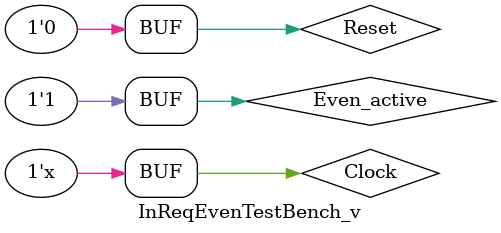
<source format=v>

`timescale		1 ns/1 ps		// Display things in ns, compute them in ps
`define HalfCycle	18.518			// Half of the clock cycle time in nanoseconds
`define Cycle		(`HalfCycle * 2)	// Didn't you learn to multiply?
`define ActiveCycles	65536			// Change this to hold the buttons down for longer!
//-----------------------------------------------------------------------

module InReqEvenTestBench_v;

	// Inputs
	reg Clock;
	reg Reset;
	reg Even_active;
	wire [8:0] Out;

	//---------------------------------------------------------------
	//	Clock Source
	//		This section will generate a clock signal,
	//		turning it on and off according the HalfCycle
	//		time, in this case it will generate a 27MHz clock
	//		THIS COULD NEVER BE SYNTHESIZED
	//---------------------------------------------------------------
	initial Clock =		1'b0;		// We need to start at 1'b0, otherwise clock will always be 1'bx
	always #(`HalfCycle) Clock =	~Clock;	// Every half clock cycle, invert the clock
	//---------------------------------------------------------------

	// Instantiate the Unit Under Test (UUT)
	InReqlineEven uut (
		.Clock(Clock), 
		.Reset(Reset), 
		.Even_active(Even_active), 
		.Out(Out)
	);

	initial begin
		// Initialize Inputs
		
		Reset = 1'b1;
		Even_active = 1'b0;

		#(`Cycle * 3);
		Reset = 1'b0;
		#(`Cycle);
		Even_active = 1'b1;
		#(`Cycle*500);

	end
      
endmodule


</source>
